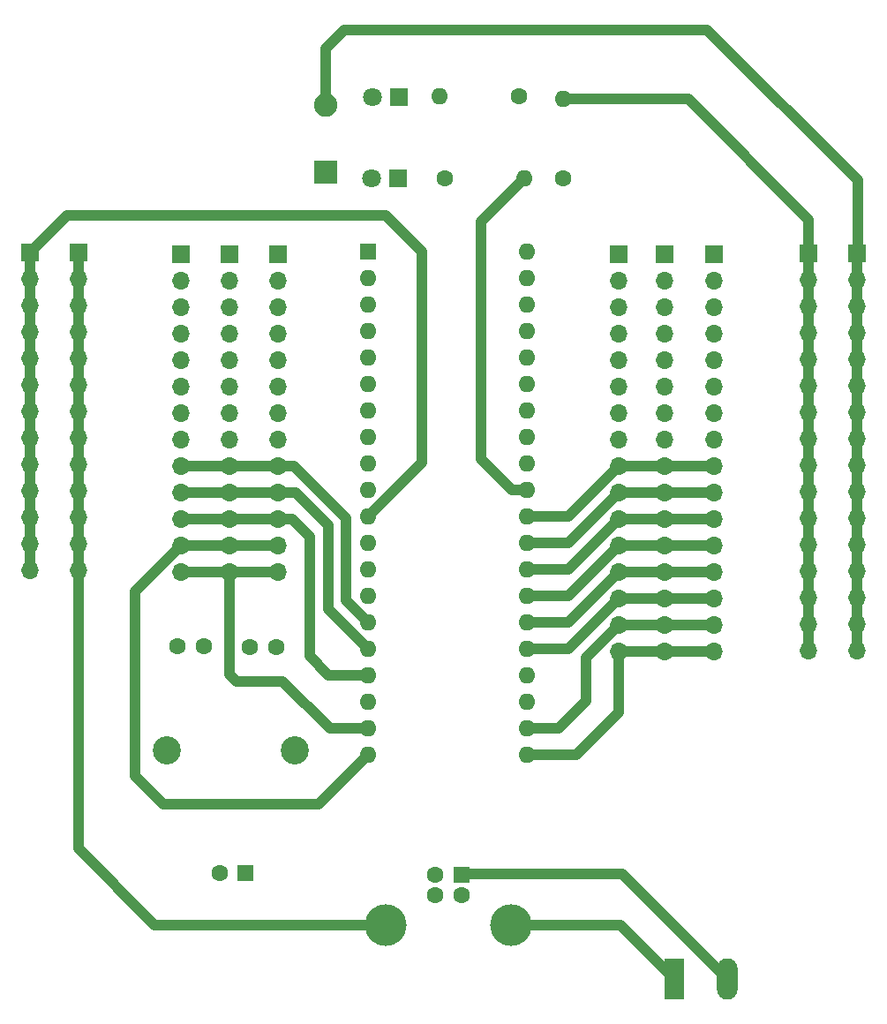
<source format=gbr>
%TF.GenerationSoftware,KiCad,Pcbnew,8.0.8*%
%TF.CreationDate,2025-04-11T19:44:07-06:00*%
%TF.ProjectId,Coquirana1,436f7175-6972-4616-9e61-312e6b696361,rev?*%
%TF.SameCoordinates,Original*%
%TF.FileFunction,Copper,L1,Top*%
%TF.FilePolarity,Positive*%
%FSLAX46Y46*%
G04 Gerber Fmt 4.6, Leading zero omitted, Abs format (unit mm)*
G04 Created by KiCad (PCBNEW 8.0.8) date 2025-04-11 19:44:07*
%MOMM*%
%LPD*%
G01*
G04 APERTURE LIST*
%TA.AperFunction,ComponentPad*%
%ADD10R,1.600000X1.600000*%
%TD*%
%TA.AperFunction,ComponentPad*%
%ADD11C,1.600000*%
%TD*%
%TA.AperFunction,ComponentPad*%
%ADD12C,4.000000*%
%TD*%
%TA.AperFunction,ComponentPad*%
%ADD13O,1.600000X1.600000*%
%TD*%
%TA.AperFunction,ComponentPad*%
%ADD14R,1.700000X1.700000*%
%TD*%
%TA.AperFunction,ComponentPad*%
%ADD15O,1.700000X1.700000*%
%TD*%
%TA.AperFunction,ComponentPad*%
%ADD16R,2.250000X2.250000*%
%TD*%
%TA.AperFunction,ComponentPad*%
%ADD17C,2.250000*%
%TD*%
%TA.AperFunction,ComponentPad*%
%ADD18R,1.800000X1.800000*%
%TD*%
%TA.AperFunction,ComponentPad*%
%ADD19C,1.800000*%
%TD*%
%TA.AperFunction,ComponentPad*%
%ADD20R,1.980000X3.960000*%
%TD*%
%TA.AperFunction,ComponentPad*%
%ADD21O,1.980000X3.960000*%
%TD*%
%TA.AperFunction,ComponentPad*%
%ADD22C,2.700000*%
%TD*%
%TA.AperFunction,Conductor*%
%ADD23C,1.000000*%
%TD*%
G04 APERTURE END LIST*
D10*
%TO.P,J1,1,VBUS*%
%TO.N,VCC*%
X150700000Y-124690000D03*
D11*
%TO.P,J1,2,D-*%
%TO.N,Net-(J1-D-)*%
X148200000Y-124690000D03*
%TO.P,J1,3,D+*%
%TO.N,Net-(J1-D+)*%
X148200000Y-126690000D03*
%TO.P,J1,4,GND*%
%TO.N,Earth*%
X150700000Y-126690000D03*
D12*
%TO.P,J1,5,Shield*%
X155450000Y-129550000D03*
X143450000Y-129550000D03*
%TD*%
D11*
%TO.P,R1,1*%
%TO.N,Net-(U1-Vpp{slash}~{MCLR}{slash}RE3)*%
X160450000Y-57910000D03*
D13*
%TO.P,R1,2*%
%TO.N,VCC*%
X160450000Y-50290000D03*
%TD*%
D14*
%TO.P,J3,1,Pin_1*%
%TO.N,pin2*%
X123800000Y-65210000D03*
D15*
%TO.P,J3,2,Pin_2*%
%TO.N,pin3*%
X123800000Y-67750000D03*
%TO.P,J3,3,Pin_3*%
%TO.N,pin4*%
X123800000Y-70290000D03*
%TO.P,J3,4,Pin_4*%
%TO.N,pin5*%
X123800000Y-72830000D03*
%TO.P,J3,5,Pin_5*%
%TO.N,pin7*%
X123800000Y-75370000D03*
%TO.P,J3,6,Pin_6*%
%TO.N,pin8*%
X123800000Y-77910000D03*
%TO.P,J3,7,Pin_7*%
%TO.N,pin9*%
X123800000Y-80450000D03*
%TO.P,J3,8,Pin_8*%
%TO.N,pin10*%
X123800000Y-82990000D03*
%TO.P,J3,9,Pin_9*%
%TO.N,pin15*%
X123800000Y-85530000D03*
%TO.P,J3,10,Pin_10*%
%TO.N,pin16*%
X123800000Y-88070000D03*
%TO.P,J3,11,Pin_11*%
%TO.N,pin17*%
X123800000Y-90610000D03*
%TO.P,J3,12,Pin_12*%
%TO.N,pin20*%
X123800000Y-93150000D03*
%TO.P,J3,13,Pin_13*%
%TO.N,pin19*%
X123800000Y-95690000D03*
%TD*%
D14*
%TO.P,J9,1,Pin_1*%
%TO.N,VCC*%
X109300000Y-65050000D03*
D15*
%TO.P,J9,2,Pin_2*%
X109300000Y-67590000D03*
%TO.P,J9,3,Pin_3*%
X109300000Y-70130000D03*
%TO.P,J9,4,Pin_4*%
X109300000Y-72670000D03*
%TO.P,J9,5,Pin_5*%
X109300000Y-75210000D03*
%TO.P,J9,6,Pin_6*%
X109300000Y-77750000D03*
%TO.P,J9,7,Pin_7*%
X109300000Y-80290000D03*
%TO.P,J9,8,Pin_8*%
X109300000Y-82830000D03*
%TO.P,J9,9,Pin_9*%
X109300000Y-85370000D03*
%TO.P,J9,10,Pin_10*%
X109300000Y-87910000D03*
%TO.P,J9,11,Pin_11*%
X109300000Y-90450000D03*
%TO.P,J9,12,Pin_12*%
X109300000Y-92990000D03*
%TO.P,J9,13,Pin_13*%
X109300000Y-95530000D03*
%TD*%
D11*
%TO.P,C1,1*%
%TO.N,Earth*%
X130400000Y-102850000D03*
%TO.P,C1,2*%
%TO.N,Net-(U1-OSC1{slash}CLKI)*%
X132900000Y-102850000D03*
%TD*%
D16*
%TO.P,SW1,1,1*%
%TO.N,Net-(U1-Vpp{slash}~{MCLR}{slash}RE3)*%
X137650000Y-57350000D03*
D17*
%TO.P,SW1,2,2*%
%TO.N,Earth*%
X137650000Y-50850000D03*
%TD*%
D14*
%TO.P,J11,1,Pin_1*%
%TO.N,VCC*%
X184000000Y-65120000D03*
D15*
%TO.P,J11,2,Pin_2*%
X184000000Y-67660000D03*
%TO.P,J11,3,Pin_3*%
X184000000Y-70200000D03*
%TO.P,J11,4,Pin_4*%
X184000000Y-72740000D03*
%TO.P,J11,5,Pin_5*%
X184000000Y-75280000D03*
%TO.P,J11,6,Pin_6*%
X184000000Y-77820000D03*
%TO.P,J11,7,Pin_7*%
X184000000Y-80360000D03*
%TO.P,J11,8,Pin_8*%
X184000000Y-82900000D03*
%TO.P,J11,9,Pin_9*%
X184000000Y-85440000D03*
%TO.P,J11,10,Pin_10*%
X184000000Y-87980000D03*
%TO.P,J11,11,Pin_11*%
X184000000Y-90520000D03*
%TO.P,J11,12,Pin_12*%
X184000000Y-93060000D03*
%TO.P,J11,13,Pin_13*%
X184000000Y-95600000D03*
%TO.P,J11,14,Pin_14*%
X184000000Y-98140000D03*
%TO.P,J11,15,Pin_15*%
X184000000Y-100680000D03*
%TO.P,J11,16,Pin_16*%
X184000000Y-103220000D03*
%TD*%
D10*
%TO.P,C3,1*%
%TO.N,Net-(U1-VUSB)*%
X129982380Y-124550000D03*
D11*
%TO.P,C3,2*%
%TO.N,Earth*%
X127482380Y-124550000D03*
%TD*%
D10*
%TO.P,U1,1,Vpp/~{MCLR}/RE3*%
%TO.N,Net-(U1-Vpp{slash}~{MCLR}{slash}RE3)*%
X141760000Y-64950000D03*
D13*
%TO.P,U1,2,RA0/AN0*%
%TO.N,pin2*%
X141760000Y-67490000D03*
%TO.P,U1,3,RA1/AN1*%
%TO.N,pin3*%
X141760000Y-70030000D03*
%TO.P,U1,4,RA2/AN2/Vref-/CVref*%
%TO.N,pin4*%
X141760000Y-72570000D03*
%TO.P,U1,5,RA3/AN3/Vref+*%
%TO.N,pin5*%
X141760000Y-75110000D03*
%TO.P,U1,6,RA4/T0CKI/C1OUT/RCV*%
%TO.N,Net-(U1-RA4{slash}T0CKI{slash}C1OUT{slash}RCV)*%
X141760000Y-77650000D03*
%TO.P,U1,7,RA5/AN4/~{SS}/HLVDIN/C2OUT*%
%TO.N,pin7*%
X141760000Y-80190000D03*
%TO.P,U1,8,CK1SPP/AN5/RE0*%
%TO.N,pin8*%
X141760000Y-82730000D03*
%TO.P,U1,9,CK2SPP/AN6/RE1*%
%TO.N,pin9*%
X141760000Y-85270000D03*
%TO.P,U1,10,OESPP/AN7/RE2*%
%TO.N,pin10*%
X141760000Y-87810000D03*
%TO.P,U1,11,VDD*%
%TO.N,VCC*%
X141760000Y-90350000D03*
%TO.P,U1,12,VSS*%
%TO.N,Earth*%
X141760000Y-92890000D03*
%TO.P,U1,13,OSC1/CLKI*%
%TO.N,Net-(U1-OSC1{slash}CLKI)*%
X141760000Y-95430000D03*
%TO.P,U1,14,RA6/OSC2/CLKO*%
%TO.N,Net-(U1-RA6{slash}OSC2{slash}CLKO)*%
X141760000Y-97970000D03*
%TO.P,U1,15,T1OSO/T13CKI/RC0*%
%TO.N,pin15*%
X141760000Y-100510000D03*
%TO.P,U1,16,~{UOE}/CCP2/T1OSI/RC1*%
%TO.N,pin16*%
X141760000Y-103050000D03*
%TO.P,U1,17,P1A/CCP1/RC2*%
%TO.N,pin17*%
X141760000Y-105590000D03*
%TO.P,U1,18,VUSB*%
%TO.N,Net-(U1-VUSB)*%
X141760000Y-108130000D03*
%TO.P,U1,19,SPP0/RD0*%
%TO.N,pin19*%
X141760000Y-110670000D03*
%TO.P,U1,20,SPP1/RD1*%
%TO.N,pin20*%
X141760000Y-113210000D03*
%TO.P,U1,21,SPP2/RD2*%
%TO.N,pin21*%
X157000000Y-113210000D03*
%TO.P,U1,22,SPP3/RD3*%
%TO.N,pin22*%
X157000000Y-110670000D03*
%TO.P,U1,23,VM/D-/RC4*%
%TO.N,Net-(J1-D-)*%
X157000000Y-108130000D03*
%TO.P,U1,24,VP/D+/RC5*%
%TO.N,Net-(J1-D+)*%
X157000000Y-105590000D03*
%TO.P,U1,25,TX/CK/RC6*%
%TO.N,pin25*%
X157000000Y-103050000D03*
%TO.P,U1,26,SDO/RX/DT/RC7*%
%TO.N,pin26*%
X157000000Y-100510000D03*
%TO.P,U1,27,SPP4/RD4*%
%TO.N,pin27*%
X157000000Y-97970000D03*
%TO.P,U1,28,P1B/SPP5/RD5*%
%TO.N,pin28*%
X157000000Y-95430000D03*
%TO.P,U1,29,P1C/SPP6/RD6*%
%TO.N,pin29*%
X157000000Y-92890000D03*
%TO.P,U1,30,P1D/SPP7/RD7*%
%TO.N,pin30*%
X157000000Y-90350000D03*
%TO.P,U1,31,VSS*%
%TO.N,Earth*%
X157000000Y-87810000D03*
%TO.P,U1,32,VDD*%
%TO.N,VCC*%
X157000000Y-85270000D03*
%TO.P,U1,33,RB0/AN12/INT0/FLT0/SDI/SDA*%
%TO.N,pin33*%
X157000000Y-82730000D03*
%TO.P,U1,34,RB1/AN10/INT1/SCK/SCL*%
%TO.N,pin34*%
X157000000Y-80190000D03*
%TO.P,U1,35,RB2/AN8/INT2/VMO*%
%TO.N,pin35*%
X157000000Y-77650000D03*
%TO.P,U1,36,RB3/AN9/CCP2/VPO*%
%TO.N,pin36*%
X157000000Y-75110000D03*
%TO.P,U1,37,RB4/AN11/KBI0/CSSPP*%
%TO.N,pin37*%
X157000000Y-72570000D03*
%TO.P,U1,38,RB5/KBI1/PGM*%
%TO.N,pin38*%
X157000000Y-70030000D03*
%TO.P,U1,39,RB6/KBI2/PGC*%
%TO.N,pin39*%
X157000000Y-67490000D03*
%TO.P,U1,40,RB7/KBI3/PGD*%
%TO.N,pin40*%
X157000000Y-64950000D03*
%TD*%
D18*
%TO.P,D2,1,K*%
%TO.N,Net-(D2-K)*%
X144620000Y-57940000D03*
D19*
%TO.P,D2,2,A*%
%TO.N,VCC*%
X142080000Y-57940000D03*
%TD*%
D14*
%TO.P,J4,1,Pin_1*%
%TO.N,pin2*%
X128450000Y-65210000D03*
D15*
%TO.P,J4,2,Pin_2*%
%TO.N,pin3*%
X128450000Y-67750000D03*
%TO.P,J4,3,Pin_3*%
%TO.N,pin4*%
X128450000Y-70290000D03*
%TO.P,J4,4,Pin_4*%
%TO.N,pin5*%
X128450000Y-72830000D03*
%TO.P,J4,5,Pin_5*%
%TO.N,pin7*%
X128450000Y-75370000D03*
%TO.P,J4,6,Pin_6*%
%TO.N,pin8*%
X128450000Y-77910000D03*
%TO.P,J4,7,Pin_7*%
%TO.N,pin9*%
X128450000Y-80450000D03*
%TO.P,J4,8,Pin_8*%
%TO.N,pin10*%
X128450000Y-82990000D03*
%TO.P,J4,9,Pin_9*%
%TO.N,pin15*%
X128450000Y-85530000D03*
%TO.P,J4,10,Pin_10*%
%TO.N,pin16*%
X128450000Y-88070000D03*
%TO.P,J4,11,Pin_11*%
%TO.N,pin17*%
X128450000Y-90610000D03*
%TO.P,J4,12,Pin_12*%
%TO.N,pin20*%
X128450000Y-93150000D03*
%TO.P,J4,13,Pin_13*%
%TO.N,pin19*%
X128450000Y-95690000D03*
%TD*%
D20*
%TO.P,J2,1,Pin_1*%
%TO.N,Earth*%
X171150000Y-134700000D03*
D21*
%TO.P,J2,2,Pin_2*%
%TO.N,VCC*%
X176150000Y-134700000D03*
%TD*%
D14*
%TO.P,J6,1,Pin_1*%
%TO.N,pin40*%
X165800000Y-65150000D03*
D15*
%TO.P,J6,2,Pin_2*%
%TO.N,pin39*%
X165800000Y-67690000D03*
%TO.P,J6,3,Pin_3*%
%TO.N,pin38*%
X165800000Y-70230000D03*
%TO.P,J6,4,Pin_4*%
%TO.N,pin37*%
X165800000Y-72770000D03*
%TO.P,J6,5,Pin_5*%
%TO.N,pin36*%
X165800000Y-75310000D03*
%TO.P,J6,6,Pin_6*%
%TO.N,pin35*%
X165800000Y-77850000D03*
%TO.P,J6,7,Pin_7*%
%TO.N,pin34*%
X165800000Y-80390000D03*
%TO.P,J6,8,Pin_8*%
%TO.N,pin33*%
X165800000Y-82930000D03*
%TO.P,J6,9,Pin_9*%
%TO.N,pin30*%
X165800000Y-85470000D03*
%TO.P,J6,10,Pin_10*%
%TO.N,pin29*%
X165800000Y-88010000D03*
%TO.P,J6,11,Pin_11*%
%TO.N,pin28*%
X165800000Y-90550000D03*
%TO.P,J6,12,Pin_12*%
%TO.N,pin27*%
X165800000Y-93090000D03*
%TO.P,J6,13,Pin_13*%
%TO.N,pin26*%
X165800000Y-95630000D03*
%TO.P,J6,14,Pin_14*%
%TO.N,pin25*%
X165800000Y-98170000D03*
%TO.P,J6,15,Pin_15*%
%TO.N,pin22*%
X165800000Y-100710000D03*
%TO.P,J6,16,Pin_16*%
%TO.N,pin21*%
X165800000Y-103250000D03*
%TD*%
D18*
%TO.P,D1,1,K*%
%TO.N,Net-(D1-K)*%
X144680000Y-50090000D03*
D19*
%TO.P,D1,2,A*%
%TO.N,VCC*%
X142140000Y-50090000D03*
%TD*%
D11*
%TO.P,R2,1*%
%TO.N,Net-(U1-RA4{slash}T0CKI{slash}C1OUT{slash}RCV)*%
X156190000Y-50040000D03*
D13*
%TO.P,R2,2*%
%TO.N,Net-(D1-K)*%
X148570000Y-50040000D03*
%TD*%
D11*
%TO.P,C2,1*%
%TO.N,Net-(U1-RA6{slash}OSC2{slash}CLKO)*%
X123450000Y-102800000D03*
%TO.P,C2,2*%
%TO.N,Earth*%
X125950000Y-102800000D03*
%TD*%
D14*
%TO.P,J10,1,Pin_1*%
%TO.N,Earth*%
X113950000Y-65050000D03*
D15*
%TO.P,J10,2,Pin_2*%
X113950000Y-67590000D03*
%TO.P,J10,3,Pin_3*%
X113950000Y-70130000D03*
%TO.P,J10,4,Pin_4*%
X113950000Y-72670000D03*
%TO.P,J10,5,Pin_5*%
X113950000Y-75210000D03*
%TO.P,J10,6,Pin_6*%
X113950000Y-77750000D03*
%TO.P,J10,7,Pin_7*%
X113950000Y-80290000D03*
%TO.P,J10,8,Pin_8*%
X113950000Y-82830000D03*
%TO.P,J10,9,Pin_9*%
X113950000Y-85370000D03*
%TO.P,J10,10,Pin_10*%
X113950000Y-87910000D03*
%TO.P,J10,11,Pin_11*%
X113950000Y-90450000D03*
%TO.P,J10,12,Pin_12*%
X113950000Y-92990000D03*
%TO.P,J10,13,Pin_13*%
X113950000Y-95530000D03*
%TD*%
D11*
%TO.P,R3,1*%
%TO.N,Net-(D2-K)*%
X149100000Y-57900000D03*
D13*
%TO.P,R3,2*%
%TO.N,Earth*%
X156720000Y-57900000D03*
%TD*%
D22*
%TO.P,Y1,1,1*%
%TO.N,Net-(U1-RA6{slash}OSC2{slash}CLKO)*%
X122400000Y-112750000D03*
%TO.P,Y1,2,2*%
%TO.N,Net-(U1-OSC1{slash}CLKI)*%
X134740000Y-112750000D03*
%TD*%
D14*
%TO.P,J8,1,Pin_1*%
%TO.N,pin40*%
X174900000Y-65150000D03*
D15*
%TO.P,J8,2,Pin_2*%
%TO.N,pin39*%
X174900000Y-67690000D03*
%TO.P,J8,3,Pin_3*%
%TO.N,pin38*%
X174900000Y-70230000D03*
%TO.P,J8,4,Pin_4*%
%TO.N,pin37*%
X174900000Y-72770000D03*
%TO.P,J8,5,Pin_5*%
%TO.N,pin36*%
X174900000Y-75310000D03*
%TO.P,J8,6,Pin_6*%
%TO.N,pin35*%
X174900000Y-77850000D03*
%TO.P,J8,7,Pin_7*%
%TO.N,pin34*%
X174900000Y-80390000D03*
%TO.P,J8,8,Pin_8*%
%TO.N,pin33*%
X174900000Y-82930000D03*
%TO.P,J8,9,Pin_9*%
%TO.N,pin30*%
X174900000Y-85470000D03*
%TO.P,J8,10,Pin_10*%
%TO.N,pin29*%
X174900000Y-88010000D03*
%TO.P,J8,11,Pin_11*%
%TO.N,pin28*%
X174900000Y-90550000D03*
%TO.P,J8,12,Pin_12*%
%TO.N,pin27*%
X174900000Y-93090000D03*
%TO.P,J8,13,Pin_13*%
%TO.N,pin26*%
X174900000Y-95630000D03*
%TO.P,J8,14,Pin_14*%
%TO.N,pin25*%
X174900000Y-98170000D03*
%TO.P,J8,15,Pin_15*%
%TO.N,pin22*%
X174900000Y-100710000D03*
%TO.P,J8,16,Pin_16*%
%TO.N,pin21*%
X174900000Y-103250000D03*
%TD*%
D14*
%TO.P,J5,1,Pin_1*%
%TO.N,pin2*%
X133100000Y-65210000D03*
D15*
%TO.P,J5,2,Pin_2*%
%TO.N,pin3*%
X133100000Y-67750000D03*
%TO.P,J5,3,Pin_3*%
%TO.N,pin4*%
X133100000Y-70290000D03*
%TO.P,J5,4,Pin_4*%
%TO.N,pin5*%
X133100000Y-72830000D03*
%TO.P,J5,5,Pin_5*%
%TO.N,pin7*%
X133100000Y-75370000D03*
%TO.P,J5,6,Pin_6*%
%TO.N,pin8*%
X133100000Y-77910000D03*
%TO.P,J5,7,Pin_7*%
%TO.N,pin9*%
X133100000Y-80450000D03*
%TO.P,J5,8,Pin_8*%
%TO.N,pin10*%
X133100000Y-82990000D03*
%TO.P,J5,9,Pin_9*%
%TO.N,pin15*%
X133100000Y-85530000D03*
%TO.P,J5,10,Pin_10*%
%TO.N,pin16*%
X133100000Y-88070000D03*
%TO.P,J5,11,Pin_11*%
%TO.N,pin17*%
X133100000Y-90610000D03*
%TO.P,J5,12,Pin_12*%
%TO.N,pin20*%
X133100000Y-93150000D03*
%TO.P,J5,13,Pin_13*%
%TO.N,pin19*%
X133100000Y-95690000D03*
%TD*%
D14*
%TO.P,J7,1,Pin_1*%
%TO.N,pin40*%
X170150000Y-65150000D03*
D15*
%TO.P,J7,2,Pin_2*%
%TO.N,pin39*%
X170150000Y-67690000D03*
%TO.P,J7,3,Pin_3*%
%TO.N,pin38*%
X170150000Y-70230000D03*
%TO.P,J7,4,Pin_4*%
%TO.N,pin37*%
X170150000Y-72770000D03*
%TO.P,J7,5,Pin_5*%
%TO.N,pin36*%
X170150000Y-75310000D03*
%TO.P,J7,6,Pin_6*%
%TO.N,pin35*%
X170150000Y-77850000D03*
%TO.P,J7,7,Pin_7*%
%TO.N,pin34*%
X170150000Y-80390000D03*
%TO.P,J7,8,Pin_8*%
%TO.N,pin33*%
X170150000Y-82930000D03*
%TO.P,J7,9,Pin_9*%
%TO.N,pin30*%
X170150000Y-85470000D03*
%TO.P,J7,10,Pin_10*%
%TO.N,pin29*%
X170150000Y-88010000D03*
%TO.P,J7,11,Pin_11*%
%TO.N,pin28*%
X170150000Y-90550000D03*
%TO.P,J7,12,Pin_12*%
%TO.N,pin27*%
X170150000Y-93090000D03*
%TO.P,J7,13,Pin_13*%
%TO.N,pin26*%
X170150000Y-95630000D03*
%TO.P,J7,14,Pin_14*%
%TO.N,pin25*%
X170150000Y-98170000D03*
%TO.P,J7,15,Pin_15*%
%TO.N,pin22*%
X170150000Y-100710000D03*
%TO.P,J7,16,Pin_16*%
%TO.N,pin21*%
X170150000Y-103250000D03*
%TD*%
D14*
%TO.P,J12,1,Pin_1*%
%TO.N,Earth*%
X188650000Y-65120000D03*
D15*
%TO.P,J12,2,Pin_2*%
X188650000Y-67660000D03*
%TO.P,J12,3,Pin_3*%
X188650000Y-70200000D03*
%TO.P,J12,4,Pin_4*%
X188650000Y-72740000D03*
%TO.P,J12,5,Pin_5*%
X188650000Y-75280000D03*
%TO.P,J12,6,Pin_6*%
X188650000Y-77820000D03*
%TO.P,J12,7,Pin_7*%
X188650000Y-80360000D03*
%TO.P,J12,8,Pin_8*%
X188650000Y-82900000D03*
%TO.P,J12,9,Pin_9*%
X188650000Y-85440000D03*
%TO.P,J12,10,Pin_10*%
X188650000Y-87980000D03*
%TO.P,J12,11,Pin_11*%
X188650000Y-90520000D03*
%TO.P,J12,12,Pin_12*%
X188650000Y-93060000D03*
%TO.P,J12,13,Pin_13*%
X188650000Y-95600000D03*
%TO.P,J12,14,Pin_14*%
X188650000Y-98140000D03*
%TO.P,J12,15,Pin_15*%
X188650000Y-100680000D03*
%TO.P,J12,16,Pin_16*%
X188650000Y-103220000D03*
%TD*%
D23*
%TO.N,Earth*%
X155510000Y-87810000D02*
X157000000Y-87810000D01*
X152550000Y-84850000D02*
X155510000Y-87810000D01*
X152550000Y-62070000D02*
X152550000Y-84850000D01*
X156720000Y-57900000D02*
X152550000Y-62070000D01*
X155477500Y-129522500D02*
X165972500Y-129522500D01*
X155450000Y-129550000D02*
X155477500Y-129522500D01*
X165972500Y-129522500D02*
X171150000Y-134700000D01*
X139450000Y-43650000D02*
X174250000Y-43650000D01*
X188700000Y-58100000D02*
X188700000Y-65070000D01*
X188650000Y-65120000D02*
X188650000Y-103220000D01*
X137650000Y-50850000D02*
X137650000Y-45450000D01*
X188700000Y-65070000D02*
X188650000Y-65120000D01*
X113950000Y-95530000D02*
X113950000Y-65050000D01*
X121272500Y-129522500D02*
X143450000Y-129522500D01*
X113950000Y-95530000D02*
X113950000Y-122200000D01*
X137650000Y-45450000D02*
X139450000Y-43650000D01*
X113950000Y-122200000D02*
X121272500Y-129522500D01*
X174250000Y-43650000D02*
X188700000Y-58100000D01*
%TO.N,VCC*%
X146900000Y-64900000D02*
X143450000Y-61450000D01*
X146900000Y-85210000D02*
X146900000Y-64900000D01*
X109300000Y-65050000D02*
X109300000Y-95530000D01*
X150700000Y-124662500D02*
X166112500Y-124662500D01*
X112900000Y-61450000D02*
X109300000Y-65050000D01*
X143450000Y-61450000D02*
X112900000Y-61450000D01*
X184000000Y-61850000D02*
X184000000Y-65120000D01*
X141760000Y-90350000D02*
X146900000Y-85210000D01*
X184000000Y-65120000D02*
X184000000Y-103220000D01*
X160450000Y-50290000D02*
X172440000Y-50290000D01*
X166112500Y-124662500D02*
X176150000Y-134700000D01*
X172440000Y-50290000D02*
X184000000Y-61850000D01*
%TO.N,pin16*%
X134820000Y-88070000D02*
X137900000Y-91150000D01*
X133100000Y-88070000D02*
X134820000Y-88070000D01*
X133100000Y-88070000D02*
X128450000Y-88070000D01*
X128450000Y-88070000D02*
X123800000Y-88070000D01*
X137900000Y-91150000D02*
X137900000Y-99190000D01*
X137900000Y-99190000D02*
X141760000Y-103050000D01*
%TO.N,pin17*%
X136100000Y-92250000D02*
X136100000Y-103750000D01*
X136100000Y-103750000D02*
X137940000Y-105590000D01*
X133100000Y-90610000D02*
X134460000Y-90610000D01*
X133100000Y-90610000D02*
X128450000Y-90610000D01*
X128450000Y-90610000D02*
X123800000Y-90610000D01*
X134460000Y-90610000D02*
X136100000Y-92250000D01*
X137940000Y-105590000D02*
X141760000Y-105590000D01*
%TO.N,pin21*%
X165800000Y-103250000D02*
X170150000Y-103250000D01*
X165800000Y-109100000D02*
X165800000Y-103250000D01*
X170150000Y-103250000D02*
X174900000Y-103250000D01*
X161690000Y-113210000D02*
X165800000Y-109100000D01*
X157000000Y-113210000D02*
X161690000Y-113210000D01*
%TO.N,pin19*%
X138070000Y-110670000D02*
X141760000Y-110670000D01*
X128450000Y-95690000D02*
X123800000Y-95690000D01*
X133550000Y-106150000D02*
X138070000Y-110670000D01*
X128450000Y-95690000D02*
X133100000Y-95690000D01*
X129150000Y-106150000D02*
X133550000Y-106150000D01*
X128450000Y-105450000D02*
X129150000Y-106150000D01*
X128450000Y-95690000D02*
X128450000Y-105450000D01*
%TO.N,pin25*%
X157000000Y-103050000D02*
X160920000Y-103050000D01*
X165800000Y-98170000D02*
X170150000Y-98170000D01*
X160920000Y-103050000D02*
X165800000Y-98170000D01*
X170150000Y-98170000D02*
X174900000Y-98170000D01*
%TO.N,pin20*%
X137020000Y-117950000D02*
X141760000Y-113210000D01*
X123800000Y-93150000D02*
X119400000Y-97550000D01*
X122100000Y-117950000D02*
X137020000Y-117950000D01*
X128450000Y-93150000D02*
X133100000Y-93150000D01*
X119400000Y-115250000D02*
X122100000Y-117950000D01*
X119400000Y-97550000D02*
X119400000Y-115250000D01*
X123800000Y-93150000D02*
X128450000Y-93150000D01*
%TO.N,pin26*%
X160920000Y-100510000D02*
X165800000Y-95630000D01*
X165800000Y-95630000D02*
X170150000Y-95630000D01*
X157000000Y-100510000D02*
X160920000Y-100510000D01*
X170150000Y-95630000D02*
X174900000Y-95630000D01*
%TO.N,pin15*%
X141760000Y-100510000D02*
X139600000Y-98350000D01*
X134630000Y-85530000D02*
X133100000Y-85530000D01*
X133100000Y-85530000D02*
X128450000Y-85530000D01*
X139600000Y-98350000D02*
X139600000Y-90500000D01*
X128450000Y-85530000D02*
X123800000Y-85530000D01*
X139600000Y-90500000D02*
X134630000Y-85530000D01*
%TO.N,pin27*%
X165800000Y-93090000D02*
X170150000Y-93090000D01*
X170150000Y-93090000D02*
X174900000Y-93090000D01*
X157000000Y-97970000D02*
X160920000Y-97970000D01*
X160920000Y-97970000D02*
X165800000Y-93090000D01*
%TO.N,pin28*%
X160920000Y-95430000D02*
X165800000Y-90550000D01*
X170150000Y-90550000D02*
X174900000Y-90550000D01*
X157000000Y-95430000D02*
X160920000Y-95430000D01*
X165800000Y-90550000D02*
X170150000Y-90550000D01*
%TO.N,pin30*%
X157000000Y-90350000D02*
X160920000Y-90350000D01*
X170150000Y-85470000D02*
X174900000Y-85470000D01*
X165800000Y-85470000D02*
X170150000Y-85470000D01*
X160920000Y-90350000D02*
X165800000Y-85470000D01*
%TO.N,pin22*%
X160030000Y-110670000D02*
X162650000Y-108050000D01*
X170150000Y-100710000D02*
X174900000Y-100710000D01*
X162650000Y-108050000D02*
X162650000Y-103860000D01*
X165800000Y-100710000D02*
X170150000Y-100710000D01*
X162650000Y-103860000D02*
X165800000Y-100710000D01*
X157000000Y-110670000D02*
X160030000Y-110670000D01*
%TO.N,pin29*%
X165800000Y-88010000D02*
X170150000Y-88010000D01*
X157000000Y-92890000D02*
X160920000Y-92890000D01*
X160920000Y-92890000D02*
X165800000Y-88010000D01*
X170150000Y-88010000D02*
X174900000Y-88010000D01*
%TD*%
M02*

</source>
